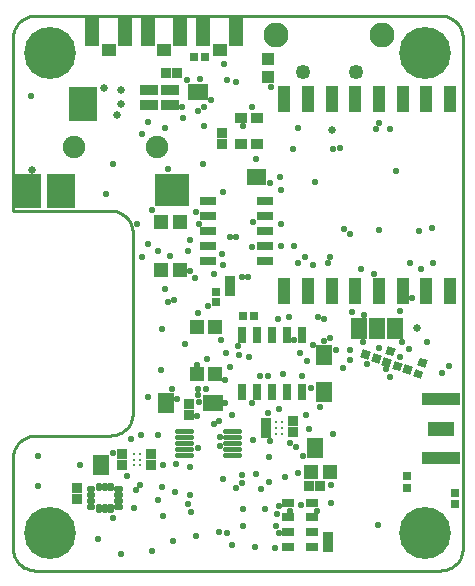
<source format=gbr>
G04 EAGLE Gerber RS-274X export*
G75*
%MOMM*%
%FSLAX34Y34*%
%LPD*%
%INSoldermask Top*%
%IPPOS*%
%AMOC8*
5,1,8,0,0,1.08239X$1,22.5*%
G01*
%ADD10C,4.394200*%
%ADD11R,0.823200X0.823200*%
%ADD12R,0.711200X1.473200*%
%ADD13R,1.473200X0.711200*%
%ADD14C,2.103200*%
%ADD15C,1.253200*%
%ADD16R,0.838200X1.473200*%
%ADD17R,1.473200X0.838200*%
%ADD18R,1.103200X0.863200*%
%ADD19R,0.703200X0.703200*%
%ADD20R,1.371600X1.803400*%
%ADD21C,0.231472*%
%ADD22R,1.103200X0.753200*%
%ADD23R,1.003200X2.203200*%
%ADD24C,0.453200*%
%ADD25C,0.325000*%
%ADD26R,3.200000X1.000000*%
%ADD27R,2.200000X1.200000*%
%ADD28R,0.700000X0.700000*%
%ADD29R,1.203200X1.203200*%
%ADD30R,1.253200X2.403200*%
%ADD31R,1.203200X1.003200*%
%ADD32R,0.700000X0.700000*%
%ADD33R,0.703200X0.703200*%
%ADD34R,2.203200X3.003200*%
%ADD35R,3.003200X2.803200*%
%ADD36R,2.403200X3.003200*%
%ADD37C,1.903200*%
%ADD38R,1.498600X0.812800*%
%ADD39R,1.153200X1.203200*%
%ADD40R,1.003200X1.003200*%
%ADD41C,0.584200*%
%ADD42C,0.660400*%
%ADD43C,0.558800*%
%ADD44C,0.254000*%


D10*
X31750Y438150D03*
X349250Y438150D03*
X31750Y31750D03*
X349250Y31750D03*
D11*
X214249Y116150D03*
X214249Y125150D03*
X237490Y117420D03*
X237490Y126420D03*
X250770Y71882D03*
X259770Y71882D03*
X266954Y28630D03*
X266954Y19630D03*
X116840Y98480D03*
X116840Y89480D03*
X92710Y98480D03*
X92710Y89480D03*
X54737Y69524D03*
X54737Y60524D03*
X183769Y245546D03*
X183769Y236546D03*
X177419Y361260D03*
X177419Y370260D03*
D12*
X245110Y199771D03*
X245110Y151511D03*
X232410Y199771D03*
X232410Y151511D03*
X219710Y199771D03*
X219710Y151511D03*
X207010Y199771D03*
X207010Y151511D03*
X194310Y199771D03*
X194310Y151511D03*
D13*
X164973Y312928D03*
X213233Y312928D03*
X164973Y300228D03*
X213233Y300228D03*
X164973Y287528D03*
X213233Y287528D03*
X164973Y274828D03*
X213233Y274828D03*
X164973Y262128D03*
X213233Y262128D03*
D14*
X312970Y453644D03*
X222970Y453644D03*
D15*
X245720Y422394D03*
X290220Y422394D03*
D16*
X165227Y141605D03*
X173355Y141605D03*
D17*
X129413Y145923D03*
X129413Y137795D03*
X263398Y178562D03*
X263398Y186690D03*
X255905Y107569D03*
X255905Y99441D03*
X74676Y93599D03*
X74676Y85471D03*
D16*
X210312Y332994D03*
X202184Y332994D03*
D18*
X206394Y361160D03*
X206394Y383060D03*
X192894Y383060D03*
X192894Y361160D03*
D19*
X195017Y215773D03*
X204017Y215773D03*
X171831Y227021D03*
X171831Y236021D03*
D20*
G36*
X299788Y195899D02*
X286073Y195922D01*
X286104Y213955D01*
X299819Y213932D01*
X299788Y195899D01*
G37*
G36*
X315028Y195872D02*
X301313Y195895D01*
X301344Y213928D01*
X315059Y213905D01*
X315028Y195872D01*
G37*
G36*
X330268Y195845D02*
X316553Y195868D01*
X316584Y213901D01*
X330299Y213878D01*
X330268Y195845D01*
G37*
D21*
X91352Y55835D02*
X86634Y55835D01*
X91352Y55835D02*
X91352Y53117D01*
X86634Y53117D01*
X86634Y55835D01*
X86634Y55316D02*
X91352Y55316D01*
X91352Y60835D02*
X86634Y60835D01*
X91352Y60835D02*
X91352Y58117D01*
X86634Y58117D01*
X86634Y60835D01*
X86634Y60316D02*
X91352Y60316D01*
X91352Y65835D02*
X86634Y65835D01*
X91352Y65835D02*
X91352Y63117D01*
X86634Y63117D01*
X86634Y65835D01*
X86634Y65316D02*
X91352Y65316D01*
X91352Y70835D02*
X86634Y70835D01*
X91352Y70835D02*
X91352Y68117D01*
X86634Y68117D01*
X86634Y70835D01*
X86634Y70316D02*
X91352Y70316D01*
X80984Y68767D02*
X80984Y73485D01*
X83702Y73485D01*
X83702Y68767D01*
X80984Y68767D01*
X80984Y70966D02*
X83702Y70966D01*
X83702Y73165D02*
X80984Y73165D01*
X75984Y73485D02*
X75984Y68767D01*
X75984Y73485D02*
X78702Y73485D01*
X78702Y68767D01*
X75984Y68767D01*
X75984Y70966D02*
X78702Y70966D01*
X78702Y73165D02*
X75984Y73165D01*
X70984Y73485D02*
X70984Y68767D01*
X70984Y73485D02*
X73702Y73485D01*
X73702Y68767D01*
X70984Y68767D01*
X70984Y70966D02*
X73702Y70966D01*
X73702Y73165D02*
X70984Y73165D01*
X68052Y68117D02*
X63334Y68117D01*
X63334Y70835D01*
X68052Y70835D01*
X68052Y68117D01*
X68052Y70316D02*
X63334Y70316D01*
X63334Y63117D02*
X68052Y63117D01*
X63334Y63117D02*
X63334Y65835D01*
X68052Y65835D01*
X68052Y63117D01*
X68052Y65316D02*
X63334Y65316D01*
X63334Y58117D02*
X68052Y58117D01*
X63334Y58117D02*
X63334Y60835D01*
X68052Y60835D01*
X68052Y58117D01*
X68052Y60316D02*
X63334Y60316D01*
X63334Y53117D02*
X68052Y53117D01*
X63334Y53117D02*
X63334Y55835D01*
X68052Y55835D01*
X68052Y53117D01*
X68052Y55316D02*
X63334Y55316D01*
X73702Y55185D02*
X73702Y50467D01*
X70984Y50467D01*
X70984Y55185D01*
X73702Y55185D01*
X73702Y52666D02*
X70984Y52666D01*
X70984Y54865D02*
X73702Y54865D01*
X78702Y55185D02*
X78702Y50467D01*
X75984Y50467D01*
X75984Y55185D01*
X78702Y55185D01*
X78702Y52666D02*
X75984Y52666D01*
X75984Y54865D02*
X78702Y54865D01*
X83702Y55185D02*
X83702Y50467D01*
X80984Y50467D01*
X80984Y55185D01*
X83702Y55185D01*
X83702Y52666D02*
X80984Y52666D01*
X80984Y54865D02*
X83702Y54865D01*
D22*
X253078Y19985D03*
X253078Y32485D03*
X253078Y44985D03*
X253078Y57485D03*
X233078Y57485D03*
X233078Y44985D03*
X233078Y32485D03*
X233078Y19985D03*
D23*
X229974Y236888D03*
X249974Y236888D03*
X269974Y236888D03*
X289974Y236888D03*
X309974Y236888D03*
X329974Y236888D03*
X349974Y236888D03*
X369974Y236888D03*
X369974Y398888D03*
X349974Y398888D03*
X329974Y398888D03*
X309974Y398888D03*
X289974Y398888D03*
X269974Y398888D03*
X249974Y398888D03*
X229974Y398888D03*
D24*
X151104Y118204D02*
X139104Y118204D01*
X139104Y113204D02*
X151104Y113204D01*
X151104Y108204D02*
X139104Y108204D01*
X139104Y103204D02*
X151104Y103204D01*
X151104Y98204D02*
X139104Y98204D01*
X179604Y98204D02*
X191604Y98204D01*
X191604Y103204D02*
X179604Y103204D01*
X179604Y108204D02*
X191604Y108204D01*
X191604Y113204D02*
X179604Y113204D01*
X179604Y118204D02*
X191604Y118204D01*
D25*
X223179Y115650D03*
X228179Y115650D03*
X223179Y120650D03*
X228179Y120650D03*
X223179Y125650D03*
X228179Y125650D03*
X107910Y98980D03*
X102910Y98980D03*
X107910Y93980D03*
X102910Y93980D03*
X107910Y88980D03*
X102910Y88980D03*
D26*
X362935Y145075D03*
X362935Y95075D03*
D27*
X362935Y120075D03*
D28*
X374619Y56024D03*
X374619Y66024D03*
X333959Y79984D03*
X333959Y69984D03*
D29*
X155576Y206055D03*
X171576Y206055D03*
X171576Y166055D03*
X155576Y166055D03*
X125350Y294828D03*
X141350Y294828D03*
X141350Y254828D03*
X125350Y254828D03*
D30*
X94903Y456311D03*
X67403Y456311D03*
D31*
X81153Y441061D03*
D30*
X141893Y456311D03*
X114393Y456311D03*
D31*
X128143Y441061D03*
D30*
X188883Y456184D03*
X161383Y456184D03*
D31*
X175133Y440934D03*
D19*
X162615Y434721D03*
X153615Y434721D03*
D32*
G36*
X300504Y178415D02*
X293928Y180809D01*
X296322Y187385D01*
X302898Y184991D01*
X300504Y178415D01*
G37*
G36*
X309901Y174995D02*
X303325Y177389D01*
X305719Y183965D01*
X312295Y181571D01*
X309901Y174995D01*
G37*
G36*
X320867Y178434D02*
X318473Y171858D01*
X311897Y174252D01*
X314291Y180828D01*
X320867Y178434D01*
G37*
G36*
X324287Y187831D02*
X321893Y181255D01*
X315317Y183649D01*
X317711Y190225D01*
X324287Y187831D01*
G37*
G36*
X347685Y168501D02*
X345291Y161925D01*
X338715Y164319D01*
X341109Y170895D01*
X347685Y168501D01*
G37*
G36*
X351105Y177898D02*
X348711Y171322D01*
X342135Y173716D01*
X344529Y180292D01*
X351105Y177898D01*
G37*
D33*
G36*
X327683Y168656D02*
X321076Y171061D01*
X323481Y177668D01*
X330088Y175263D01*
X327683Y168656D01*
G37*
G36*
X336140Y165578D02*
X329533Y167983D01*
X331938Y174590D01*
X338545Y172185D01*
X336140Y165578D01*
G37*
D34*
X12828Y321394D03*
D35*
X134828Y322394D03*
D36*
X59828Y395394D03*
X40828Y321394D03*
D37*
X51828Y358394D03*
X121828Y358394D03*
D16*
X160909Y405257D03*
X152781Y405257D03*
D38*
X133096Y393804D03*
X133096Y406804D03*
X115062Y406804D03*
X115062Y393804D03*
D11*
X129993Y421640D03*
X138993Y421640D03*
D17*
X263273Y147126D03*
X263273Y155254D03*
D39*
X268477Y83693D03*
X252477Y83693D03*
D11*
X149352Y131771D03*
X149352Y140771D03*
D40*
X215900Y417950D03*
X215900Y432950D03*
D41*
X336550Y260350D03*
X217678Y327787D03*
X237490Y356997D03*
X85090Y344297D03*
X78740Y318897D03*
X15240Y401447D03*
X294640Y255397D03*
X267208Y259969D03*
X161290Y344297D03*
X181102Y415671D03*
X117983Y305181D03*
X179070Y428498D03*
X158242Y415798D03*
X202311Y392684D03*
X144272Y383032D03*
X337947Y230378D03*
X241808Y259969D03*
X227457Y322453D03*
X164719Y179324D03*
X156210Y173990D03*
X176022Y194945D03*
X227076Y274701D03*
X269621Y72517D03*
X244094Y55753D03*
X308991Y38608D03*
X363347Y166878D03*
X344297Y287528D03*
X285242Y186436D03*
X123063Y270383D03*
X161925Y392176D03*
X319659Y164084D03*
X310261Y188722D03*
X296672Y193548D03*
X157607Y142367D03*
X345821Y255143D03*
X156591Y218440D03*
X183515Y282321D03*
X178054Y258953D03*
X56896Y89027D03*
X96393Y80010D03*
X102616Y52578D03*
X127000Y89154D03*
X149987Y87630D03*
X149606Y63754D03*
X122809Y59817D03*
X127000Y46355D03*
X227076Y293751D03*
X154051Y247523D03*
X170434Y251460D03*
X154813Y303530D03*
X252349Y154813D03*
X248285Y131445D03*
X128651Y238760D03*
X263525Y194437D03*
X249301Y177038D03*
X91440Y14097D03*
X72390Y26797D03*
X21590Y96647D03*
X21590Y71247D03*
X180975Y31750D03*
X369697Y173228D03*
X335407Y187706D03*
X354711Y290068D03*
X269113Y56769D03*
X155194Y29083D03*
X117729Y16510D03*
X309880Y378841D03*
X319024Y374142D03*
X307213Y373634D03*
X255778Y329311D03*
X285496Y285115D03*
X280289Y289052D03*
X277114Y358140D03*
D42*
X269949Y373186D03*
D41*
X270891Y356743D03*
X306197Y251206D03*
X194310Y248285D03*
X199390Y248920D03*
X242824Y184150D03*
D43*
X156591Y148908D03*
X136525Y229426D03*
X177800Y77788D03*
X149670Y253492D03*
X165100Y223838D03*
X148590Y56579D03*
D41*
X205740Y348488D03*
X177673Y320675D03*
D43*
X229108Y166688D03*
X244475Y165100D03*
X239713Y104775D03*
X225298Y54991D03*
X150686Y49213D03*
D41*
X233680Y214376D03*
X286766Y219202D03*
X297688Y216154D03*
X224409Y213233D03*
D43*
X185420Y131445D03*
X170307Y123825D03*
X175260Y113030D03*
X238125Y194945D03*
X254000Y191135D03*
D41*
X191770Y182245D03*
X209423Y164592D03*
X215900Y133350D03*
X180086Y183769D03*
X179959Y161671D03*
D43*
X137160Y66104D03*
X193675Y73978D03*
X217488Y109538D03*
X200025Y180975D03*
X190754Y190056D03*
D42*
X341858Y205127D03*
D41*
X324358Y338582D03*
X310388Y288671D03*
X157988Y293243D03*
X202438Y274066D03*
X155702Y130429D03*
X202692Y142240D03*
X273304Y186436D03*
X258572Y215011D03*
X176911Y267716D03*
X263779Y212725D03*
X149860Y279781D03*
X126619Y70739D03*
X138430Y90043D03*
X156591Y103378D03*
X114300Y146558D03*
X148590Y270510D03*
X226441Y332994D03*
X241300Y374650D03*
X327533Y219964D03*
X174625Y126365D03*
X175260Y105410D03*
X179705Y141605D03*
X163576Y153416D03*
X145415Y191770D03*
X126365Y204470D03*
X156591Y388874D03*
X139319Y145161D03*
X147066Y415544D03*
X188849Y414020D03*
X189103Y282321D03*
X167822Y398471D03*
X194564Y376428D03*
X162179Y376428D03*
D42*
X77597Y408686D03*
D43*
X193675Y80963D03*
X174625Y32893D03*
X100013Y111125D03*
X123254Y114554D03*
X134938Y153988D03*
X131763Y227013D03*
D42*
X88265Y385318D03*
X91694Y394589D03*
X91440Y406781D03*
D43*
X133350Y266700D03*
X157163Y153988D03*
X142875Y392113D03*
X327978Y180975D03*
X300038Y174625D03*
X285115Y177927D03*
X234950Y107950D03*
X216599Y95885D03*
X114300Y276225D03*
X125413Y169863D03*
X184214Y172657D03*
X215900Y165100D03*
X225425Y136525D03*
X251016Y119888D03*
X246063Y96838D03*
X241300Y82550D03*
X128588Y374650D03*
X131763Y339725D03*
X185166Y21463D03*
X188913Y69850D03*
X195199Y37465D03*
X195263Y52388D03*
D42*
X16637Y339471D03*
D41*
X218821Y409321D03*
D43*
X209804Y69088D03*
X223139Y37592D03*
X205677Y81788D03*
X216980Y75057D03*
X271463Y115888D03*
X260350Y138113D03*
X279210Y171895D03*
X316040Y170498D03*
X350838Y193675D03*
X355791Y260414D03*
X329248Y193612D03*
X268288Y265113D03*
X223711Y47498D03*
X234950Y50800D03*
X257175Y50800D03*
X268288Y196850D03*
X254000Y258763D03*
X247650Y265113D03*
X238125Y274638D03*
X203200Y295275D03*
X213805Y52261D03*
X104521Y68199D03*
X203327Y110363D03*
X109538Y369888D03*
X222250Y19050D03*
X205042Y19622D03*
X84392Y44387D03*
X84646Y99378D03*
X135382Y25146D03*
X225425Y31750D03*
X114300Y379413D03*
X104775Y293688D03*
X109538Y265113D03*
X108522Y114872D03*
X107950Y72581D03*
X230632Y78867D03*
D44*
X0Y19050D02*
X73Y17390D01*
X289Y15742D01*
X649Y14120D01*
X1149Y12535D01*
X1785Y10999D01*
X2552Y9525D01*
X3445Y8123D01*
X4457Y6805D01*
X5580Y5580D01*
X6805Y4457D01*
X8123Y3445D01*
X9525Y2552D01*
X10999Y1785D01*
X12535Y1149D01*
X14120Y649D01*
X15742Y289D01*
X17390Y73D01*
X19050Y0D01*
X361950Y0D01*
X363610Y73D01*
X365258Y289D01*
X366881Y649D01*
X368465Y1149D01*
X370001Y1785D01*
X371475Y2552D01*
X372877Y3445D01*
X374195Y4457D01*
X375420Y5580D01*
X376543Y6805D01*
X377555Y8123D01*
X378448Y9525D01*
X379215Y10999D01*
X379851Y12535D01*
X380351Y14120D01*
X380711Y15742D01*
X380928Y17390D01*
X381000Y19050D01*
X381000Y450850D01*
X380928Y452510D01*
X380711Y454158D01*
X380351Y455781D01*
X379851Y457365D01*
X379215Y458901D01*
X378448Y460375D01*
X377555Y461777D01*
X376543Y463095D01*
X375420Y464320D01*
X374195Y465443D01*
X372877Y466455D01*
X371475Y467348D01*
X370001Y468115D01*
X368465Y468751D01*
X366881Y469251D01*
X365258Y469611D01*
X363610Y469828D01*
X361950Y469900D01*
X19050Y469900D01*
X17390Y469828D01*
X15742Y469611D01*
X14120Y469251D01*
X12535Y468751D01*
X10999Y468115D01*
X9525Y467348D01*
X8123Y466455D01*
X6805Y465443D01*
X5580Y464320D01*
X4457Y463095D01*
X3445Y461777D01*
X2552Y460375D01*
X1785Y458901D01*
X1149Y457365D01*
X649Y455781D01*
X289Y454158D01*
X73Y452510D01*
X0Y450850D01*
X0Y304800D01*
X82550Y304800D01*
X84210Y304728D01*
X85858Y304511D01*
X87481Y304151D01*
X89065Y303651D01*
X90601Y303015D01*
X92075Y302248D01*
X93477Y301355D01*
X94795Y300343D01*
X96020Y299220D01*
X97143Y297995D01*
X98155Y296677D01*
X99048Y295275D01*
X99815Y293801D01*
X100451Y292265D01*
X100951Y290681D01*
X101311Y289058D01*
X101528Y287410D01*
X101600Y285750D01*
X101600Y133350D01*
X101528Y131690D01*
X101311Y130042D01*
X100951Y128420D01*
X100451Y126835D01*
X99815Y125299D01*
X99048Y123825D01*
X98155Y122423D01*
X97143Y121105D01*
X96020Y119880D01*
X94795Y118757D01*
X93477Y117745D01*
X92075Y116852D01*
X90601Y116085D01*
X89065Y115449D01*
X87481Y114949D01*
X85858Y114589D01*
X84210Y114373D01*
X82550Y114300D01*
X19050Y114300D01*
X17390Y114228D01*
X15742Y114011D01*
X14120Y113651D01*
X12535Y113151D01*
X10999Y112515D01*
X9525Y111748D01*
X8123Y110855D01*
X6805Y109843D01*
X5580Y108720D01*
X4457Y107495D01*
X3445Y106177D01*
X2552Y104775D01*
X1785Y103301D01*
X1149Y101765D01*
X649Y100181D01*
X289Y98558D01*
X73Y96910D01*
X0Y95250D01*
X0Y19050D01*
M02*

</source>
